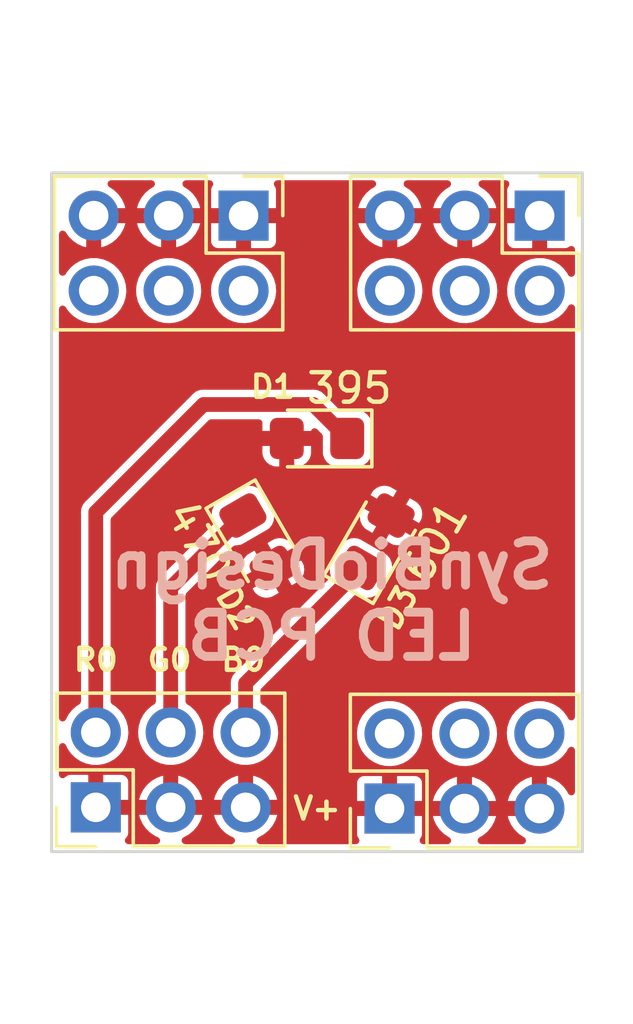
<source format=kicad_pcb>
(kicad_pcb (version 20211014) (generator pcbnew)
  (layers (0 "F.Cu" signal) (31 "B.Cu" signal) (34 "B.Paste" user) (35 "F.Paste" user) (36 "B.SilkS" user "B.Silkscreen") (37 "F.SilkS" user "F.Silkscreen") (38 "B.Mask" user) (39 "F.Mask" user) (44 "Edge.Cuts" user))
  (net 0 "")
  (net 1 "Net-(D1-Pad1)")
  (net 2 "+5V")
  (net 3 "Net-(D2-Pad1)")
  (net 4 "Net-(D3-Pad1)")
  (footprint "LED_SMD:LED_0805_2012Metric_Pad1.15x1.40mm_HandSolder" (layer "F.Cu") (at 154.5 96 60)
    (fp_text reference "D3" (at -1.573557 1.774519 60) (layer "F.SilkS") (effects (font (size 0.75 0.75))))
    (fp_text value "601" (at 1 1.732051 60) (layer "F.SilkS"))
    (fp_line (start 1 -0.96) (end -1.86 -0.96) (layer "F.SilkS") (width 0.12))
    (fp_line (start -1.86 0.96) (end 1 0.96) (layer "F.SilkS") (width 0.12))
    (fp_line (start -1.86 -0.96) (end -1.86 0.96) (layer "F.SilkS") (width 0.12))
    (pad "1" smd roundrect (at -1.025 0 60) (size 1.15 1.4) (layers "F.Cu" "F.Paste" "F.Mask") (roundrect_rratio 0.217391) (net 4 "Net-(D3-Pad1)"))
    (pad "2" smd roundrect (at 1.025 0 60) (size 1.15 1.4) (layers "F.Cu" "F.Paste" "F.Mask") (roundrect_rratio 0.217391) (net 2 "+5V"))
  )
  (footprint "LED_SMD:LED_0805_2012Metric_Pad1.15x1.40mm_HandSolder" (layer "F.Cu") (at 150.5 96 -60)
    (fp_text reference "D2" (at 1.573557 1.774519 -60) (layer "F.SilkS") (effects (font (size 0.75 0.75))))
    (fp_text value "470" (at -1 1.732051 120) (layer "F.SilkS"))
    (fp_line (start 1 -0.96) (end -1.86 -0.96) (layer "F.SilkS") (width 0.12))
    (fp_line (start -1.86 0.96) (end 1 0.96) (layer "F.SilkS") (width 0.12))
    (fp_line (start -1.86 -0.96) (end -1.86 0.96) (layer "F.SilkS") (width 0.12))
    (pad "1" smd roundrect (at -1.025 0 300) (size 1.15 1.4) (layers "F.Cu" "F.Paste" "F.Mask") (roundrect_rratio 0.217391) (net 3 "Net-(D2-Pad1)"))
    (pad "2" smd roundrect (at 1.025 0 300) (size 1.15 1.4) (layers "F.Cu" "F.Paste" "F.Mask") (roundrect_rratio 0.217391) (net 2 "+5V"))
  )
  (footprint "Connector_PinHeader_2.54mm:PinHeader_2x03_P2.54mm_Vertical" (layer "F.Cu") (at 150.01 84.949999 -90)
    (fp_text reference "J4" hide)
    (fp_text value "Conn_02x03_Odd_Even")
    (fp_line (start -1.33 6.41) (end 3.87 6.41) (layer "F.SilkS") (width 0.12))
    (fp_line (start -1.33 -1.33) (end 0 -1.33) (layer "F.SilkS") (width 0.12))
    (fp_line (start 3.87 -1.33) (end 3.87 6.41) (layer "F.SilkS") (width 0.12))
    (fp_line (start -1.33 1.27) (end 1.27 1.27) (layer "F.SilkS") (width 0.12))
    (fp_line (start -1.33 0) (end -1.33 -1.33) (layer "F.SilkS") (width 0.12))
    (fp_line (start -1.33 1.27) (end -1.33 6.41) (layer "F.SilkS") (width 0.12))
    (fp_line (start 1.27 1.27) (end 1.27 -1.33) (layer "F.SilkS") (width 0.12))
    (fp_line (start 1.27 -1.33) (end 3.87 -1.33) (layer "F.SilkS") (width 0.12))
    (pad "1" thru_hole rect (at 0 0 270) (size 1.7 1.7) (drill 1) (layers *.Cu *.Mask) (net 2 "+5V"))
    (pad "2" thru_hole oval (at 2.54 0 270) (size 1.7 1.7) (drill 1) (layers *.Cu *.Mask))
    (pad "3" thru_hole oval (at 0 2.54 270) (size 1.7 1.7) (drill 1) (layers *.Cu *.Mask) (net 2 "+5V"))
    (pad "4" thru_hole oval (at 2.54 2.54 270) (size 1.7 1.7) (drill 1) (layers *.Cu *.Mask))
    (pad "5" thru_hole oval (at 0 5.08 270) (size 1.7 1.7) (drill 1) (layers *.Cu *.Mask) (net 2 "+5V"))
    (pad "6" thru_hole oval (at 2.54 5.08 270) (size 1.7 1.7) (drill 1) (layers *.Cu *.Mask))
  )
  (footprint "Connector_PinHeader_2.54mm:PinHeader_2x03_P2.54mm_Vertical" (layer "F.Cu") (at 160.05 84.949999 -90)
    (fp_text reference "J3" hide)
    (fp_text value "Conn_02x03_Odd_Even")
    (fp_line (start -1.33 6.41) (end 3.87 6.41) (layer "F.SilkS") (width 0.12))
    (fp_line (start -1.33 0) (end -1.33 -1.33) (layer "F.SilkS") (width 0.12))
    (fp_line (start 1.27 1.27) (end 1.27 -1.33) (layer "F.SilkS") (width 0.12))
    (fp_line (start 3.87 -1.33) (end 3.87 6.41) (layer "F.SilkS") (width 0.12))
    (fp_line (start 1.27 -1.33) (end 3.87 -1.33) (layer "F.SilkS") (width 0.12))
    (fp_line (start -1.33 1.27) (end -1.33 6.41) (layer "F.SilkS") (width 0.12))
    (fp_line (start -1.33 1.27) (end 1.27 1.27) (layer "F.SilkS") (width 0.12))
    (fp_line (start -1.33 -1.33) (end 0 -1.33) (layer "F.SilkS") (width 0.12))
    (pad "1" thru_hole rect (at 0 0 270) (size 1.7 1.7) (drill 1) (layers *.Cu *.Mask) (net 2 "+5V"))
    (pad "2" thru_hole oval (at 2.54 0 270) (size 1.7 1.7) (drill 1) (layers *.Cu *.Mask))
    (pad "3" thru_hole oval (at 0 2.54 270) (size 1.7 1.7) (drill 1) (layers *.Cu *.Mask) (net 2 "+5V"))
    (pad "4" thru_hole oval (at 2.54 2.54 270) (size 1.7 1.7) (drill 1) (layers *.Cu *.Mask))
    (pad "5" thru_hole oval (at 0 5.08 270) (size 1.7 1.7) (drill 1) (layers *.Cu *.Mask) (net 2 "+5V"))
    (pad "6" thru_hole oval (at 2.54 5.08 270) (size 1.7 1.7) (drill 1) (layers *.Cu *.Mask))
  )
  (footprint "Connector_PinHeader_2.54mm:PinHeader_2x03_P2.54mm_Vertical" (layer "F.Cu") (at 145 105 90)
    (fp_text reference "J1" hide)
    (fp_text value "Conn_02x03_Odd_Even")
    (fp_line (start 3.87 -1.33) (end 3.87 6.41) (layer "F.SilkS") (width 0.12))
    (fp_line (start -1.33 6.41) (end 3.87 6.41) (layer "F.SilkS") (width 0.12))
    (fp_line (start -1.33 -1.33) (end 0 -1.33) (layer "F.SilkS") (width 0.12))
    (fp_line (start 1.27 -1.33) (end 3.87 -1.33) (layer "F.SilkS") (width 0.12))
    (fp_line (start -1.33 1.27) (end -1.33 6.41) (layer "F.SilkS") (width 0.12))
    (fp_line (start -1.33 1.27) (end 1.27 1.27) (layer "F.SilkS") (width 0.12))
    (fp_line (start -1.33 0) (end -1.33 -1.33) (layer "F.SilkS") (width 0.12))
    (fp_line (start 1.27 1.27) (end 1.27 -1.33) (layer "F.SilkS") (width 0.12))
    (pad "1" thru_hole rect (at 0 0 90) (size 1.7 1.7) (drill 1) (layers *.Cu *.Mask) (net 2 "+5V"))
    (pad "2" thru_hole oval (at 2.54 0 90) (size 1.7 1.7) (drill 1) (layers *.Cu *.Mask) (net 1 "Net-(D1-Pad1)"))
    (pad "3" thru_hole oval (at 0 2.54 90) (size 1.7 1.7) (drill 1) (layers *.Cu *.Mask) (net 2 "+5V"))
    (pad "4" thru_hole oval (at 2.54 2.54 90) (size 1.7 1.7) (drill 1) (layers *.Cu *.Mask) (net 3 "Net-(D2-Pad1)"))
    (pad "5" thru_hole oval (at 0 5.08 90) (size 1.7 1.7) (drill 1) (layers *.Cu *.Mask) (net 2 "+5V"))
    (pad "6" thru_hole oval (at 2.54 5.08 90) (size 1.7 1.7) (drill 1) (layers *.Cu *.Mask) (net 4 "Net-(D3-Pad1)"))
  )
  (footprint "LED_SMD:LED_0805_2012Metric_Pad1.15x1.40mm_HandSolder" (layer "F.Cu") (at 152.5 92.5 180)
    (fp_text reference "D1" (at 1.5 1.75) (layer "F.SilkS") (effects (font (size 0.75 0.75))))
    (fp_text value "395" (at -1.1 1.7) (layer "F.SilkS"))
    (fp_line (start -1.86 0.96) (end 1 0.96) (layer "F.SilkS") (width 0.12))
    (fp_line (start 1 -0.96) (end -1.86 -0.96) (layer "F.SilkS") (width 0.12))
    (fp_line (start -1.86 -0.96) (end -1.86 0.96) (layer "F.SilkS") (width 0.12))
    (pad "1" smd roundrect (at -1.025 0 180) (size 1.15 1.4) (layers "F.Cu" "F.Paste" "F.Mask") (roundrect_rratio 0.217391) (net 1 "Net-(D1-Pad1)"))
    (pad "2" smd roundrect (at 1.025 0 180) (size 1.15 1.4) (layers "F.Cu" "F.Paste" "F.Mask") (roundrect_rratio 0.217391) (net 2 "+5V"))
  )
  (footprint "Connector_PinHeader_2.54mm:PinHeader_2x03_P2.54mm_Vertical" (layer "F.Cu") (at 154.96 105.04 90)
    (fp_text reference "J2" hide)
    (fp_text value "Conn_02x03_Odd_Even")
    (fp_line (start 1.27 -1.33) (end 3.87 -1.33) (layer "F.SilkS") (width 0.12))
    (fp_line (start 3.87 -1.33) (end 3.87 6.41) (layer "F.SilkS") (width 0.12))
    (fp_line (start -1.33 -1.33) (end 0 -1.33) (layer "F.SilkS") (width 0.12))
    (fp_line (start -1.33 6.41) (end 3.87 6.41) (layer "F.SilkS") (width 0.12))
    (fp_line (start 1.27 1.27) (end 1.27 -1.33) (layer "F.SilkS") (width 0.12))
    (fp_line (start -1.33 1.27) (end 1.27 1.27) (layer "F.SilkS") (width 0.12))
    (fp_line (start -1.33 1.27) (end -1.33 6.41) (layer "F.SilkS") (width 0.12))
    (fp_line (start -1.33 0) (end -1.33 -1.33) (layer "F.SilkS") (width 0.12))
    (pad "1" thru_hole rect (at 0 0 90) (size 1.7 1.7) (drill 1) (layers *.Cu *.Mask) (net 2 "+5V"))
    (pad "2" thru_hole oval (at 2.54 0 90) (size 1.7 1.7) (drill 1) (layers *.Cu *.Mask))
    (pad "3" thru_hole oval (at 0 2.54 90) (size 1.7 1.7) (drill 1) (layers *.Cu *.Mask) (net 2 "+5V"))
    (pad "4" thru_hole oval (at 2.54 2.54 90) (size 1.7 1.7) (drill 1) (layers *.Cu *.Mask))
    (pad "5" thru_hole oval (at 0 5.08 90) (size 1.7 1.7) (drill 1) (layers *.Cu *.Mask) (net 2 "+5V"))
    (pad "6" thru_hole oval (at 2.54 5.08 90) (size 1.7 1.7) (drill 1) (layers *.Cu *.Mask))
  )
  (gr_rect (start 143.5 83.5) (end 161.5 106.5) (layer "Edge.Cuts") (width 0.1) (fill none))
  (gr_text "SynBioDesign\nLED PCB" (at 153 98) (layer "B.SilkS") (effects (font (size 1.5 1.5) (thickness 0.3)) (justify mirror)))
  (gr_text "B0" (at 150 100) (layer "F.SilkS") (effects (font (size 0.75 0.75))))
  (gr_text "G0" (at 147.5 100) (layer "F.SilkS") (effects (font (size 0.75 0.75))))
  (gr_text "V+\n" (at 152.5 105.04) (layer "F.SilkS") (effects (font (size 0.75 0.75))))
  (gr_text "R0" (at 145 100) (layer "F.SilkS") (effects (font (size 0.75 0.75))))
  (segment (start 152.375 91.35) (end 148.65 91.35) (width 0.5) (layer "F.Cu") (net 1))
  (segment (start 145 95) (end 145 102.46) (width 0.5) (layer "F.Cu") (net 1))
  (segment (start 153.525 92.5) (end 152.375 91.35) (width 0.5) (layer "F.Cu") (net 1))
  (segment (start 148.65 91.35) (end 145 95) (width 0.5) (layer "F.Cu") (net 1))
  (segment (start 147.54 97.559824) (end 149.9875 95.112324) (width 0.5) (layer "F.Cu") (net 3))
  (segment (start 147.54 102.46) (end 147.54 97.559824) (width 0.5) (layer "F.Cu") (net 3))
  (segment (start 150.08 102.46) (end 150.08 100.795176) (width 0.5) (layer "F.Cu") (net 4))
  (segment (start 150.08 100.795176) (end 153.9875 96.887676) (width 0.5) (layer "F.Cu") (net 4))
  (zone (net 2) (net_name "+5V") (layer "F.Cu") (connect_pads (clearance 0.25)) (min_thickness 0.25) (fill yes (thermal_gap 0.25) (thermal_bridge_width 0.508))
    (polygon (pts (xy 162 107) (xy 143 107) (xy 143 83) (xy 162 83)))
  )
)
</source>
